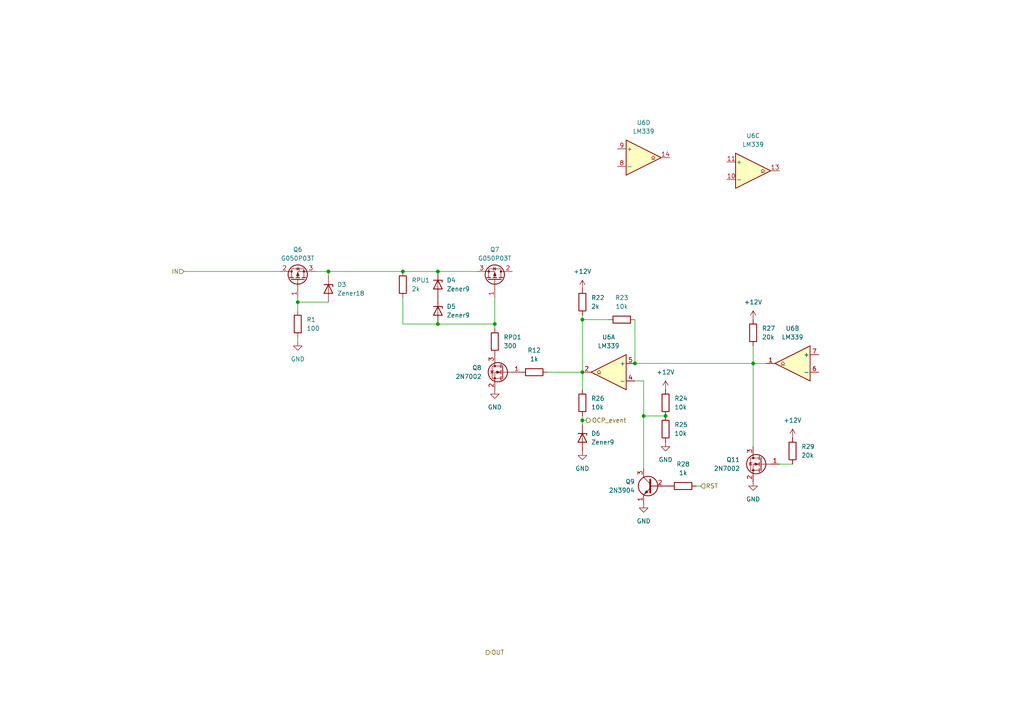
<source format=kicad_sch>
(kicad_sch (version 20231120) (generator "eeschema") (generator_version "8.0")
  (paper "A4")
  (lib_symbols
    (symbol "Comparator:LM339" (pin_names (offset 0.127))
      (property "Reference" "U" (at 0 5.08 0))
      (property "Value" "LM339" (at 0 -5.08 0))
      (symbol "LM339_1_1"
        (polyline (pts (xy -5.08 5.08) (xy 5.08 0) (xy -5.08 -5.08) (xy -5.08 5.08)) (stroke (width 0.254)) (fill (type background)))
        (polyline (pts (xy 3.302 -0.508) (xy 2.794 -0.508) (xy 3.302 0) (xy 2.794 0.508) (xy 2.286 0) (xy 2.794 -0.508) (xy 2.286 -0.508)) (stroke (width 0.127)))
        (pin open_collector line (at 7.62 0 180) (length 2.54) (name "~") (number "2"))
        (pin input line (at -7.62 -2.54 0) (length 2.54) (name "-") (number "4"))
        (pin input line (at -7.62 2.54 0) (length 2.54) (name "+") (number "5"))
      )
      (symbol "LM339_2_1"
        (polyline (pts (xy -5.08 5.08) (xy 5.08 0) (xy -5.08 -5.08) (xy -5.08 5.08)) (stroke (width 0.254)) (fill (type background)))
        (polyline (pts (xy 3.302 -0.508) (xy 2.794 -0.508) (xy 3.302 0) (xy 2.794 0.508) (xy 2.286 0) (xy 2.794 -0.508) (xy 2.286 -0.508)) (stroke (width 0.127)))
        (pin open_collector line (at 7.62 0 180) (length 2.54) (name "~") (number "1"))
        (pin input line (at -7.62 -2.54 0) (length 2.54) (name "-") (number "6"))
        (pin input line (at -7.62 2.54 0) (length 2.54) (name "+") (number "7"))
      )
      (symbol "LM339_3_1"
        (polyline (pts (xy -5.08 5.08) (xy 5.08 0) (xy -5.08 -5.08) (xy -5.08 5.08)) (stroke (width 0.254)) (fill (type background)))
        (polyline (pts (xy 3.302 -0.508) (xy 2.794 -0.508) (xy 3.302 0) (xy 2.794 0.508) (xy 2.286 0) (xy 2.794 -0.508) (xy 2.286 -0.508)) (stroke (width 0.127)))
        (pin input line (at -7.62 -2.54 0) (length 2.54) (name "-") (number "10"))
        (pin input line (at -7.62 2.54 0) (length 2.54) (name "+") (number "11"))
        (pin open_collector line (at 7.62 0 180) (length 2.54) (name "~") (number "13"))
      )
      (symbol "LM339_4_1"
        (polyline (pts (xy -5.08 5.08) (xy 5.08 0) (xy -5.08 -5.08) (xy -5.08 5.08)) (stroke (width 0.254)) (fill (type background)))
        (polyline (pts (xy 3.302 -0.508) (xy 2.794 -0.508) (xy 3.302 0) (xy 2.794 0.508) (xy 2.286 0) (xy 2.794 -0.508) (xy 2.286 -0.508)) (stroke (width 0.127)))
        (pin open_collector line (at 7.62 0 180) (length 2.54) (name "~") (number "14"))
        (pin input line (at -7.62 -2.54 0) (length 2.54) (name "-") (number "8"))
        (pin input line (at -7.62 2.54 0) (length 2.54) (name "+") (number "9"))
      )
      (symbol "LM339_5_1"
        (pin power_in line (at -2.54 -7.62 90) (length 3.81) (name "V-") (number "12"))
        (pin power_in line (at -2.54 7.62 270) (length 3.81) (name "V+") (number "3"))
      )
    )
    (symbol "Device:D_Zener" (pin_numbers hide) (pin_names (offset 1.016) hide)
      (property "Reference" "D" (at 0 2.54 0))
      (property "Value" "D_Zener" (at 0 -2.54 0))
      (symbol "D_Zener_0_1"
        (polyline (pts (xy 1.27 0) (xy -1.27 0)))
        (polyline (pts (xy -1.27 -1.27) (xy -1.27 1.27) (xy -0.762 1.27)) (stroke (width 0.254)))
        (polyline (pts (xy 1.27 -1.27) (xy 1.27 1.27) (xy -1.27 0) (xy 1.27 -1.27)) (stroke (width 0.254)))
      )
      (symbol "D_Zener_1_1"
        (pin passive line (at -3.81 0 0) (length 2.54) (name "K") (number "1"))
        (pin passive line (at 3.81 0 180) (length 2.54) (name "A") (number "2"))
      )
    )
    (symbol "Device:R" (pin_numbers hide) (pin_names (offset 0))
      (property "Reference" "R" (at 2.032 0 90))
      (property "Value" "R" (at 0 0 90))
      (symbol "R_0_1"
        (rectangle (start -1.016 -2.54) (end 1.016 2.54) (stroke (width 0.254)))
      )
      (symbol "R_1_1"
        (pin passive line (at 0 3.81 270) (length 1.27) (name "~") (number "1"))
        (pin passive line (at 0 -3.81 90) (length 1.27) (name "~") (number "2"))
      )
    )
    (symbol "Transistor_BJT:2N3904" (pin_names (offset 0) hide)
      (property "Reference" "Q" (at 5.08 1.905 0))
      (property "Value" "2N3904" (at 5.08 0 0))
      (symbol "2N3904_0_1"
        (polyline (pts (xy 0.635 0.635) (xy 2.54 2.54)))
        (polyline (pts (xy 0.635 -0.635) (xy 2.54 -2.54) (xy 2.54 -2.54)))
        (polyline (pts (xy 0.635 1.905) (xy 0.635 -1.905) (xy 0.635 -1.905)) (stroke (width 0.508)))
        (polyline (pts (xy 1.27 -1.778) (xy 1.778 -1.27) (xy 2.286 -2.286) (xy 1.27 -1.778) (xy 1.27 -1.778)) (fill (type outline)))
        (circle (center 1.27 0) (radius 2.8194) (stroke (width 0.254)))
      )
      (symbol "2N3904_1_1"
        (pin passive line (at 2.54 -5.08 90) (length 2.54) (name "E") (number "1"))
        (pin passive line (at -5.08 0 0) (length 5.715) (name "B") (number "2"))
        (pin passive line (at 2.54 5.08 270) (length 2.54) (name "C") (number "3"))
      )
    )
    (symbol "Transistor_FET:2N7002" (pin_names hide)
      (property "Reference" "Q" (at 5.08 1.905 0))
      (property "Value" "2N7002" (at 5.08 0 0))
      (symbol "2N7002_0_1"
        (polyline (pts (xy 0.254 0) (xy -2.54 0)))
        (polyline (pts (xy 0.254 1.905) (xy 0.254 -1.905)) (stroke (width 0.254)))
        (polyline (pts (xy 0.762 -1.27) (xy 0.762 -2.286)) (stroke (width 0.254)))
        (polyline (pts (xy 0.762 0.508) (xy 0.762 -0.508)) (stroke (width 0.254)))
        (polyline (pts (xy 0.762 2.286) (xy 0.762 1.27)) (stroke (width 0.254)))
        (polyline (pts (xy 2.54 2.54) (xy 2.54 1.778)))
        (polyline (pts (xy 2.54 -2.54) (xy 2.54 0) (xy 0.762 0)))
        (polyline (pts (xy 0.762 -1.778) (xy 3.302 -1.778) (xy 3.302 1.778) (xy 0.762 1.778)))
        (polyline (pts (xy 1.016 0) (xy 2.032 0.381) (xy 2.032 -0.381) (xy 1.016 0)) (fill (type outline)))
        (polyline (pts (xy 2.794 0.508) (xy 2.921 0.381) (xy 3.683 0.381) (xy 3.81 0.254)))
        (polyline (pts (xy 3.302 0.381) (xy 2.921 -0.254) (xy 3.683 -0.254) (xy 3.302 0.381)))
        (circle (center 1.651 0) (radius 2.794) (stroke (width 0.254)))
        (circle (center 2.54 -1.778) (radius 0.254) (fill (type outline)))
        (circle (center 2.54 1.778) (radius 0.254) (fill (type outline)))
      )
      (symbol "2N7002_1_1"
        (pin input line (at -5.08 0 0) (length 2.54) (name "G") (number "1"))
        (pin passive line (at 2.54 -5.08 90) (length 2.54) (name "S") (number "2"))
        (pin passive line (at 2.54 5.08 270) (length 2.54) (name "D") (number "3"))
      )
    )
    (symbol "Transistor_FET:IRF9540N" (pin_names hide)
      (property "Reference" "Q" (at 5.08 1.905 0))
      (property "Value" "IRF9540N" (at 5.08 0 0))
      (symbol "IRF9540N_0_1"
        (polyline (pts (xy 0.254 0) (xy -2.54 0)))
        (polyline (pts (xy 0.254 1.905) (xy 0.254 -1.905)) (stroke (width 0.254)))
        (polyline (pts (xy 0.762 -1.27) (xy 0.762 -2.286)) (stroke (width 0.254)))
        (polyline (pts (xy 0.762 0.508) (xy 0.762 -0.508)) (stroke (width 0.254)))
        (polyline (pts (xy 0.762 2.286) (xy 0.762 1.27)) (stroke (width 0.254)))
        (polyline (pts (xy 2.54 2.54) (xy 2.54 1.778)))
        (polyline (pts (xy 2.54 -2.54) (xy 2.54 0) (xy 0.762 0)))
        (polyline (pts (xy 0.762 1.778) (xy 3.302 1.778) (xy 3.302 -1.778) (xy 0.762 -1.778)))
        (polyline (pts (xy 2.286 0) (xy 1.27 0.381) (xy 1.27 -0.381) (xy 2.286 0)) (fill (type outline)))
        (polyline (pts (xy 2.794 -0.508) (xy 2.921 -0.381) (xy 3.683 -0.381) (xy 3.81 -0.254)))
        (polyline (pts (xy 3.302 -0.381) (xy 2.921 0.254) (xy 3.683 0.254) (xy 3.302 -0.381)))
        (circle (center 1.651 0) (radius 2.794) (stroke (width 0.254)))
        (circle (center 2.54 -1.778) (radius 0.254) (fill (type outline)))
        (circle (center 2.54 1.778) (radius 0.254) (fill (type outline)))
      )
      (symbol "IRF9540N_1_1"
        (pin input line (at -5.08 0 0) (length 2.54) (name "G") (number "1"))
        (pin passive line (at 2.54 5.08 270) (length 2.54) (name "D") (number "2"))
        (pin passive line (at 2.54 -5.08 90) (length 2.54) (name "S") (number "3"))
      )
    )
    (symbol "power:+12V" (power) (pin_numbers hide) (pin_names (offset 0) hide)
      (property "Value" "+12V" (at 0 3.556 0))
      (symbol "+12V_0_1"
        (polyline (pts (xy -0.762 1.27) (xy 0 2.54)))
        (polyline (pts (xy 0 0) (xy 0 2.54)))
        (polyline (pts (xy 0 2.54) (xy 0.762 1.27)))
      )
      (symbol "+12V_1_1"
        (pin power_in line (at 0 0 90) (length 0) (name "~") (number "1"))
      )
    )
    (symbol "power:GND" (power) (pin_numbers hide) (pin_names (offset 0) hide)
      (property "Value" "GND" (at 0 -3.81 0))
      (symbol "GND_0_1"
        (polyline (pts (xy 0 0) (xy 0 -1.27) (xy 1.27 -1.27) (xy 0 -2.54) (xy -1.27 -1.27) (xy 0 -1.27)))
      )
      (symbol "GND_1_1"
        (pin power_in line (at 0 0 270) (length 0) (name "~") (number "1"))
      )
    )
  )
  (junction (at 168.91 92.71))
  (junction (at 184.15 105.41))
  (junction (at 143.51 93.98))
  (junction (at 127 93.98))
  (junction (at 218.44 105.41))
  (junction (at 193.04 120.65))
  (junction (at 168.91 107.95))
  (junction (at 86.36 87.63))
  (junction (at 127 78.74))
  (junction (at 186.69 120.65))
  (junction (at 116.84 78.74))
  (junction (at 95.25 78.74))
  (junction (at 168.91 121.92))
  (wire (pts (xy 218.44 105.41) (xy 222.25 105.41)))
  (wire (pts (xy 186.69 120.65) (xy 186.69 135.89)))
  (wire (pts (xy 53.34 78.74) (xy 81.28 78.74)))
  (wire (pts (xy 168.91 92.71) (xy 168.91 107.95)))
  (wire (pts (xy 158.75 107.95) (xy 168.91 107.95)))
  (wire (pts (xy 168.91 107.95) (xy 168.91 113.03)))
  (wire (pts (xy 168.91 121.92) (xy 170.18 121.92)))
  (wire (pts (xy 186.69 120.65) (xy 193.04 120.65)))
  (wire (pts (xy 143.51 93.98) (xy 143.51 95.25)))
  (wire (pts (xy 218.44 100.33) (xy 218.44 105.41)))
  (wire (pts (xy 127 78.74) (xy 138.43 78.74)))
  (wire (pts (xy 203.2 140.97) (xy 201.93 140.97)))
  (wire (pts (xy 95.25 87.63) (xy 86.36 87.63)))
  (wire (pts (xy 184.15 105.41) (xy 218.44 105.41)))
  (wire (pts (xy 143.51 86.36) (xy 143.51 93.98)))
  (wire (pts (xy 168.91 121.92) (xy 168.91 123.19)))
  (wire (pts (xy 127 93.98) (xy 143.51 93.98)))
  (wire (pts (xy 86.36 87.63) (xy 86.36 90.17)))
  (wire (pts (xy 226.06 134.62) (xy 229.87 134.62)))
  (wire (pts (xy 218.44 129.54) (xy 218.44 105.41)))
  (wire (pts (xy 186.69 120.65) (xy 186.69 110.49)))
  (wire (pts (xy 86.36 97.79) (xy 86.36 99.06)))
  (wire (pts (xy 168.91 91.44) (xy 168.91 92.71)))
  (wire (pts (xy 95.25 78.74) (xy 116.84 78.74)))
  (wire (pts (xy 168.91 92.71) (xy 176.53 92.71)))
  (wire (pts (xy 168.91 120.65) (xy 168.91 121.92)))
  (wire (pts (xy 184.15 105.41) (xy 184.15 92.71)))
  (wire (pts (xy 95.25 78.74) (xy 95.25 80.01)))
  (wire (pts (xy 116.84 86.36) (xy 116.84 93.98)))
  (wire (pts (xy 86.36 86.36) (xy 86.36 87.63)))
  (wire (pts (xy 116.84 93.98) (xy 127 93.98)))
  (wire (pts (xy 186.69 110.49) (xy 184.15 110.49)))
  (wire (pts (xy 116.84 78.74) (xy 127 78.74)))
  (wire (pts (xy 91.44 78.74) (xy 95.25 78.74)))
  (hierarchical_label "RST" (shape input) (at 203.2 140.97 0))
  (hierarchical_label "IN" (shape input) (at 53.34 78.74 180))
  (hierarchical_label "OUT" (shape output) (at 140.97 189.23 0))
  (hierarchical_label "OCP_event" (shape output) (at 170.18 121.92 0))
  (symbol (lib_id "Device:R") (at 143.51 99.06 0) (unit 1)
    (property "Reference" "RPD1" (at 146.05 97.7899 0) (effects (justify left)))
    (property "Value" "300" (at 146.05 100.3299 0) (effects (justify left)))
    (property "Footprint" "Resistor_SMD:R_2512_6332Metric_Pad1.40x3.35mm_HandSolder" (effects (hide yes)))
    (property "Description" "Resistor" (effects (hide yes)))
  )
  (symbol (lib_id "power:+12V") (at 193.04 113.03 0) (unit 1)
    (property "Reference" "#PWR035" (effects (hide yes)))
    (property "Value" "+12V" (at 193.04 107.95 0))
    (property "Description" "Power symbol creates a global label with name \"+12V\"" (effects (hide yes)))
  )
  (symbol (lib_id "power:+12V") (at 218.44 92.71 0) (unit 1)
    (property "Reference" "#PWR037" (effects (hide yes)))
    (property "Value" "+12V" (at 218.44 87.63 0))
    (property "Description" "Power symbol creates a global label with name \"+12V\"" (effects (hide yes)))
  )
  (symbol (lib_id "Transistor_FET:2N7002") (at 220.98 134.62 0) (mirror y) (unit 1)
    (property "Reference" "Q11" (at 214.63 133.3499 0) (effects (justify left)))
    (property "Value" "2N7002" (at 214.63 135.8899 0) (effects (justify left)))
    (property "Footprint" "Package_TO_SOT_SMD:SOT-23_Handsoldering" (effects (hide yes)))
    (property "Datasheet" "https://www.onsemi.com/pub/Collateral/NDS7002A-D.PDF" (effects (hide yes)))
    (property "Description" "0.115A Id, 60V Vds, N-Channel MOSFET, SOT-23" (effects (hide yes)))
  )
  (symbol (lib_id "Transistor_FET:2N7002") (at 146.05 107.95 0) (mirror y) (unit 1)
    (property "Reference" "Q8" (at 139.7 106.6799 0) (effects (justify left)))
    (property "Value" "2N7002" (at 139.7 109.2199 0) (effects (justify left)))
    (property "Footprint" "Package_TO_SOT_SMD:SOT-23_Handsoldering" (effects (hide yes)))
    (property "Datasheet" "https://www.onsemi.com/pub/Collateral/NDS7002A-D.PDF" (effects (hide yes)))
    (property "Description" "0.115A Id, 60V Vds, N-Channel MOSFET, SOT-23" (effects (hide yes)))
  )
  (symbol (lib_id "power:GND") (at 186.69 146.05 0) (unit 1)
    (property "Reference" "#PWR038" (effects (hide yes)))
    (property "Value" "GND" (at 186.69 151.13 0))
    (property "Description" "Power symbol creates a global label with name \"GND\" , ground" (effects (hide yes)))
  )
  (symbol (lib_id "Device:D_Zener") (at 168.91 127 270) (unit 1)
    (property "Reference" "D6" (at 171.45 125.7299 90) (effects (justify left)))
    (property "Value" "Zener9" (at 171.45 128.2699 90) (effects (justify left)))
    (property "Footprint" "Diode_THT:D_DO-35_SOD27_P7.62mm_Horizontal" (effects (hide yes)))
    (property "Description" "Zener diode" (effects (hide yes)))
  )
  (symbol (lib_id "Device:R") (at 229.87 130.81 0) (unit 1)
    (property "Reference" "R29" (at 232.41 129.5399 0) (effects (justify left)))
    (property "Value" "20k" (at 232.41 132.0799 0) (effects (justify left)))
    (property "Footprint" "Resistor_SMD:R_0805_2012Metric_Pad1.20x1.40mm_HandSolder" (effects (hide yes)))
    (property "Description" "Resistor" (effects (hide yes)))
  )
  (symbol (lib_id "Device:R") (at 193.04 116.84 180) (unit 1)
    (property "Reference" "R24" (at 195.58 115.5699 0) (effects (justify right)))
    (property "Value" "10k" (at 195.58 118.1099 0) (effects (justify right)))
    (property "Footprint" "Resistor_SMD:R_0805_2012Metric_Pad1.20x1.40mm_HandSolder" (effects (hide yes)))
    (property "Description" "Resistor" (effects (hide yes)))
  )
  (symbol (lib_id "Comparator:LM339") (at 218.44 49.53 0) (unit 3)
    (property "Reference" "U6" (at 218.44 39.37 0))
    (property "Value" "LM339" (at 218.44 41.91 0))
    (property "Footprint" "Package_SO:SOIC-14_3.9x8.7mm_P1.27mm" (effects (hide yes)))
    (property "Datasheet" "https://www.st.com/resource/en/datasheet/lm139.pdf" (effects (hide yes)))
    (property "Description" "Quad Differential Comparators, SOIC-14/TSSOP-14" (effects (hide yes)))
  )
  (symbol (lib_id "power:GND") (at 193.04 128.27 0) (unit 1)
    (property "Reference" "#PWR033" (effects (hide yes)))
    (property "Value" "GND" (at 193.04 133.35 0))
    (property "Description" "Power symbol creates a global label with name \"GND\" , ground" (effects (hide yes)))
  )
  (symbol (lib_id "Device:R") (at 168.91 116.84 180) (unit 1)
    (property "Reference" "R26" (at 171.45 115.5699 0) (effects (justify right)))
    (property "Value" "10k" (at 171.45 118.1099 0) (effects (justify right)))
    (property "Footprint" "Resistor_SMD:R_0805_2012Metric_Pad1.20x1.40mm_HandSolder" (effects (hide yes)))
    (property "Description" "Resistor" (effects (hide yes)))
  )
  (symbol (lib_id "Device:D_Zener") (at 127 82.55 270) (unit 1)
    (property "Reference" "D4" (at 129.54 81.2799 90) (effects (justify left)))
    (property "Value" "Zener9" (at 129.54 83.8199 90) (effects (justify left)))
    (property "Footprint" "Diode_THT:D_DO-35_SOD27_P7.62mm_Horizontal" (effects (hide yes)))
    (property "Description" "Zener diode" (effects (hide yes)))
  )
  (symbol (lib_id "Device:R") (at 168.91 87.63 180) (unit 1)
    (property "Reference" "R22" (at 171.45 86.3599 0) (effects (justify right)))
    (property "Value" "2k" (at 171.45 88.8999 0) (effects (justify right)))
    (property "Footprint" "Resistor_SMD:R_0805_2012Metric_Pad1.20x1.40mm_HandSolder" (effects (hide yes)))
    (property "Description" "Resistor" (effects (hide yes)))
  )
  (symbol (lib_id "power:GND") (at 168.91 130.81 0) (unit 1)
    (property "Reference" "#PWR036" (effects (hide yes)))
    (property "Value" "GND" (at 168.91 135.89 0))
    (property "Description" "Power symbol creates a global label with name \"GND\" , ground" (effects (hide yes)))
  )
  (symbol (lib_id "Device:D_Zener") (at 95.25 83.82 270) (unit 1)
    (property "Reference" "D3" (at 97.79 82.5499 90) (effects (justify left)))
    (property "Value" "Zener18" (at 97.79 85.0899 90) (effects (justify left)))
    (property "Footprint" "Diode_THT:D_DO-35_SOD27_P7.62mm_Horizontal" (effects (hide yes)))
    (property "Description" "Zener diode" (effects (hide yes)))
  )
  (symbol (lib_id "Transistor_BJT:2N3904") (at 189.23 140.97 0) (mirror y) (unit 1)
    (property "Reference" "Q9" (at 184.15 139.6999 0) (effects (justify left)))
    (property "Value" "2N3904" (at 184.15 142.2399 0) (effects (justify left)))
    (property "Footprint" "Package_TO_SOT_SMD:SOT-23_Handsoldering" (effects (hide yes)))
    (property "Datasheet" "https://www.onsemi.com/pub/Collateral/2N3903-D.PDF" (effects (hide yes)))
    (property "Description" "0.2A Ic, 40V Vce, Small Signal NPN Transistor, TO-92" (effects (hide yes)))
  )
  (symbol (lib_id "Device:R") (at 154.94 107.95 90) (unit 1)
    (property "Reference" "R12" (at 154.94 101.6 90))
    (property "Value" "1k" (at 154.94 104.14 90))
    (property "Footprint" "Resistor_SMD:R_0805_2012Metric_Pad1.20x1.40mm_HandSolder" (effects (hide yes)))
    (property "Description" "Resistor" (effects (hide yes)))
  )
  (symbol (lib_id "power:GND") (at 86.36 99.06 0) (unit 1)
    (property "Reference" "#PWR029" (effects (hide yes)))
    (property "Value" "GND" (at 86.36 104.14 0))
    (property "Description" "Power symbol creates a global label with name \"GND\" , ground" (effects (hide yes)))
  )
  (symbol (lib_id "power:+12V") (at 168.91 83.82 0) (unit 1)
    (property "Reference" "#PWR034" (effects (hide yes)))
    (property "Value" "+12V" (at 168.91 78.74 0))
    (property "Description" "Power symbol creates a global label with name \"+12V\"" (effects (hide yes)))
  )
  (symbol (lib_id "Comparator:LM339") (at 229.87 105.41 0) (mirror y) (unit 2)
    (property "Reference" "U6" (at 229.87 95.25 0))
    (property "Value" "LM339" (at 229.87 97.79 0))
    (property "Footprint" "Package_SO:SOIC-14_3.9x8.7mm_P1.27mm" (effects (hide yes)))
    (property "Datasheet" "https://www.st.com/resource/en/datasheet/lm139.pdf" (effects (hide yes)))
    (property "Description" "Quad Differential Comparators, SOIC-14/TSSOP-14" (effects (hide yes)))
  )
  (symbol (lib_id "power:GND") (at 218.44 139.7 0) (unit 1)
    (property "Reference" "#PWR039" (effects (hide yes)))
    (property "Value" "GND" (at 218.44 144.78 0))
    (property "Description" "Power symbol creates a global label with name \"GND\" , ground" (effects (hide yes)))
  )
  (symbol (lib_id "Device:R") (at 86.36 93.98 0) (unit 1)
    (property "Reference" "R1" (at 88.9 92.7099 0) (effects (justify left)))
    (property "Value" "100" (at 88.9 95.2499 0) (effects (justify left)))
    (property "Footprint" "Resistor_SMD:R_0805_2012Metric_Pad1.20x1.40mm_HandSolder" (effects (hide yes)))
    (property "Description" "Resistor" (effects (hide yes)))
  )
  (symbol (lib_id "Device:R") (at 198.12 140.97 270) (unit 1)
    (property "Reference" "R28" (at 198.12 134.62 90))
    (property "Value" "1k" (at 198.12 137.16 90))
    (property "Footprint" "Resistor_SMD:R_0805_2012Metric_Pad1.20x1.40mm_HandSolder" (effects (hide yes)))
    (property "Description" "Resistor" (effects (hide yes)))
  )
  (symbol (lib_id "power:+12V") (at 229.87 127 0) (unit 1)
    (property "Reference" "#PWR040" (effects (hide yes)))
    (property "Value" "+12V" (at 229.87 121.92 0))
    (property "Description" "Power symbol creates a global label with name \"+12V\"" (effects (hide yes)))
  )
  (symbol (lib_id "Device:D_Zener") (at 127 90.17 270) (unit 1)
    (property "Reference" "D5" (at 129.54 88.8999 90) (effects (justify left)))
    (property "Value" "Zener9" (at 129.54 91.4399 90) (effects (justify left)))
    (property "Footprint" "Diode_THT:D_DO-35_SOD27_P7.62mm_Horizontal" (effects (hide yes)))
    (property "Description" "Zener diode" (effects (hide yes)))
  )
  (symbol (lib_id "Device:R") (at 116.84 82.55 0) (unit 1)
    (property "Reference" "RPU1" (at 119.38 81.2799 0) (effects (justify left)))
    (property "Value" "2k" (at 119.38 83.8199 0) (effects (justify left)))
    (property "Footprint" "Resistor_THT:R_Axial_DIN0207_L6.3mm_D2.5mm_P7.62mm_Horizontal" (effects (hide yes)))
    (property "Description" "Resistor" (effects (hide yes)))
  )
  (symbol (lib_id "power:GND") (at 143.51 113.03 0) (unit 1)
    (property "Reference" "#PWR032" (effects (hide yes)))
    (property "Value" "GND" (at 143.51 118.11 0))
    (property "Description" "Power symbol creates a global label with name \"GND\" , ground" (effects (hide yes)))
  )
  (symbol (lib_id "Device:R") (at 218.44 96.52 0) (unit 1)
    (property "Reference" "R27" (at 220.98 95.2499 0) (effects (justify left)))
    (property "Value" "20k" (at 220.98 97.7899 0) (effects (justify left)))
    (property "Footprint" "Resistor_SMD:R_0805_2012Metric_Pad1.20x1.40mm_HandSolder" (effects (hide yes)))
    (property "Description" "Resistor" (effects (hide yes)))
  )
  (symbol (lib_id "Comparator:LM339") (at 186.69 45.72 0) (unit 4)
    (property "Reference" "U6" (at 186.69 35.56 0))
    (property "Value" "LM339" (at 186.69 38.1 0))
    (property "Footprint" "Package_SO:SOIC-14_3.9x8.7mm_P1.27mm" (effects (hide yes)))
    (property "Datasheet" "https://www.st.com/resource/en/datasheet/lm139.pdf" (effects (hide yes)))
    (property "Description" "Quad Differential Comparators, SOIC-14/TSSOP-14" (effects (hide yes)))
  )
  (symbol (lib_id "Device:R") (at 180.34 92.71 90) (unit 1)
    (property "Reference" "R23" (at 180.34 86.36 90))
    (property "Value" "10k" (at 180.34 88.9 90))
    (property "Footprint" "Resistor_SMD:R_0805_2012Metric_Pad1.20x1.40mm_HandSolder" (effects (hide yes)))
    (property "Description" "Resistor" (effects (hide yes)))
  )
  (symbol (lib_id "Transistor_FET:IRF9540N") (at 143.51 81.28 270) (mirror x) (unit 1)
    (property "Reference" "Q7" (at 143.51 72.39 90))
    (property "Value" "G050P03T" (at 143.51 74.93 90))
    (property "Footprint" "Package_TO_SOT_THT:TO-220-3_Vertical" (effects (hide yes)))
    (property "Datasheet" "http://www.irf.com/product-info/datasheets/data/irf9540n.pdf" (effects (hide yes)))
    (property "Description" "-23A Id, -100V Vds, 117mOhm Rds, P-Channel HEXFET Power MOSFET, TO-220" (effects (hide yes)))
  )
  (symbol (lib_id "Comparator:LM339") (at 176.53 107.95 0) (mirror y) (unit 1)
    (property "Reference" "U6" (at 176.53 97.79 0))
    (property "Value" "LM339" (at 176.53 100.33 0))
    (property "Footprint" "Package_SO:SOIC-14_3.9x8.7mm_P1.27mm" (effects (hide yes)))
    (property "Datasheet" "https://www.st.com/resource/en/datasheet/lm139.pdf" (effects (hide yes)))
    (property "Description" "Quad Differential Comparators, SOIC-14/TSSOP-14" (effects (hide yes)))
  )
  (symbol (lib_id "Transistor_FET:IRF9540N") (at 86.36 81.28 90) (unit 1)
    (property "Reference" "Q6" (at 86.36 72.39 90))
    (property "Value" "G050P03T" (at 86.36 74.93 90))
    (property "Footprint" "Package_TO_SOT_THT:TO-220-3_Vertical" (effects (hide yes)))
    (property "Datasheet" "http://www.irf.com/product-info/datasheets/data/irf9540n.pdf" (effects (hide yes)))
    (property "Description" "-23A Id, -100V Vds, 117mOhm Rds, P-Channel HEXFET Power MOSFET, TO-220" (effects (hide yes)))
  )
  (symbol (lib_id "Device:R") (at 193.04 124.46 180) (unit 1)
    (property "Reference" "R25" (at 195.58 123.1899 0) (effects (justify right)))
    (property "Value" "10k" (at 195.58 125.7299 0) (effects (justify right)))
    (property "Footprint" "Resistor_SMD:R_0805_2012Metric_Pad1.20x1.40mm_HandSolder" (effects (hide yes)))
    (property "Description" "Resistor" (effects (hide yes)))
  )
)
</source>
